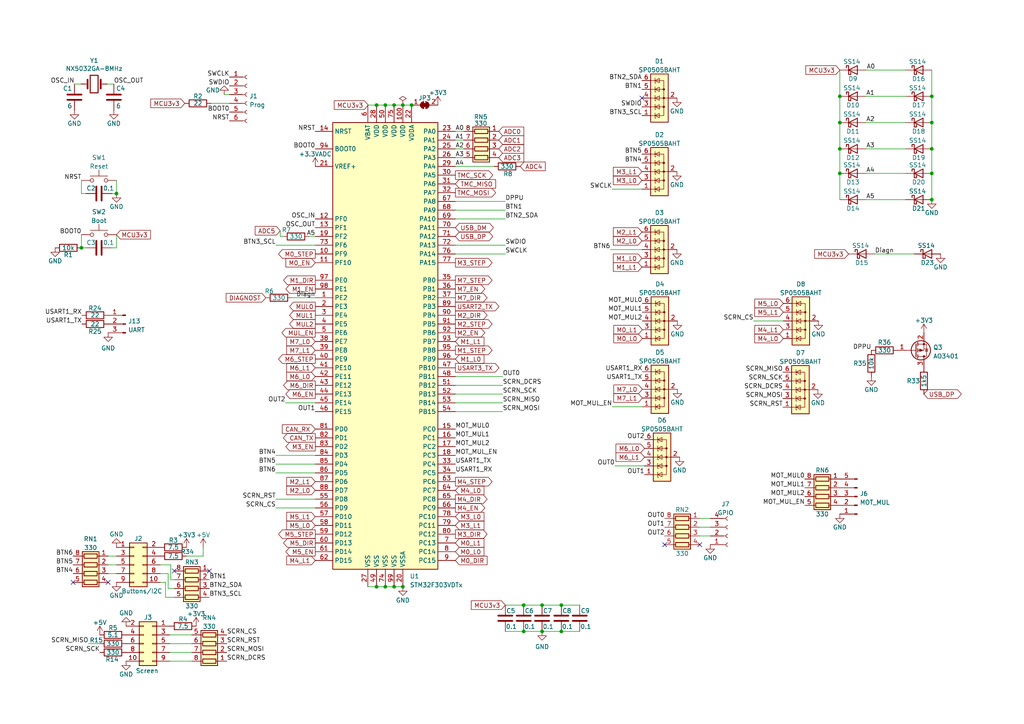
<source format=kicad_sch>
(kicad_sch (version 20211123) (generator eeschema)
  (paper "A4")
  (junction (at 151.892 175.514))
  (junction (at 23.622 71.882))
  (junction (at 243.586 27.94))
  (junction (at 270.256 43.18))
  (junction (at 157.226 183.134))
  (junction (at 109.22 170.18))
  (junction (at 116.84 170.18))
  (junction (at 111.76 30.48))
  (junction (at 119.38 30.48))
  (junction (at 157.226 175.514))
  (junction (at 243.586 43.18))
  (junction (at 243.586 35.56))
  (junction (at 109.22 30.48))
  (junction (at 270.256 35.56))
  (junction (at 114.3 30.48))
  (junction (at 162.814 175.514))
  (junction (at 111.76 170.18))
  (junction (at 114.3 170.18))
  (junction (at 33.782 56.134))
  (junction (at 270.256 57.912))
  (junction (at 270.256 50.292))
  (junction (at 151.892 183.134))
  (junction (at 270.256 27.94))
  (junction (at 162.814 183.134))
  (junction (at 243.586 50.292))
  (junction (at 116.84 30.48))
  (no_connect (at 186.182 28.448))
  (no_connect (at 60.706 165.608))
  (no_connect (at 21.209 168.91))
  (no_connect (at 31.369 168.91))
  (no_connect (at 50.546 165.608))
  (no_connect (at 192.786 157.988))
  (no_connect (at 202.946 157.988))
  (wire (pts (xy 270.256 35.56) (xy 270.256 43.18)))
  (wire (pts (xy 49.276 186.69) (xy 55.626 186.69)))
  (wire (pts (xy 251.206 20.32) (xy 262.636 20.32)))
  (wire (pts (xy 114.3 170.18) (xy 116.84 170.18)))
  (wire (pts (xy 84.709 86.36) (xy 91.44 86.36)))
  (wire (pts (xy 106.68 170.18) (xy 109.22 170.18)))
  (wire (pts (xy 32.512 71.882) (xy 33.782 71.882)))
  (wire (pts (xy 145.796 114.3) (xy 132.08 114.3)))
  (wire (pts (xy 48.768 170.688) (xy 50.546 170.688)))
  (wire (pts (xy 81.28 68.58) (xy 82.042 68.58)))
  (wire (pts (xy 251.206 50.292) (xy 262.636 50.292)))
  (wire (pts (xy 162.814 175.514) (xy 168.148 175.514)))
  (wire (pts (xy 80.01 134.62) (xy 91.44 134.62)))
  (wire (pts (xy 146.558 63.5) (xy 132.08 63.5)))
  (wire (pts (xy 157.226 183.134) (xy 162.814 183.134)))
  (wire (pts (xy 82.804 116.84) (xy 91.44 116.84)))
  (wire (pts (xy 243.586 50.292) (xy 243.586 57.912)))
  (wire (pts (xy 33.02 24.384) (xy 31.115 24.384)))
  (wire (pts (xy 134.493 45.72) (xy 132.08 45.72)))
  (wire (pts (xy 23.622 56.134) (xy 23.622 52.324)))
  (wire (pts (xy 145.796 111.76) (xy 132.08 111.76)))
  (wire (pts (xy 50.546 173.228) (xy 48.006 173.228)))
  (wire (pts (xy 116.84 30.48) (xy 119.38 30.48)))
  (wire (pts (xy 89.662 68.58) (xy 91.44 68.58)))
  (wire (pts (xy 251.206 57.912) (xy 262.636 57.912)))
  (wire (pts (xy 31.369 166.37) (xy 33.782 166.37)))
  (wire (pts (xy 151.892 175.514) (xy 157.226 175.514)))
  (wire (pts (xy 33.782 52.324) (xy 33.782 56.134)))
  (wire (pts (xy 65.024 27.432) (xy 66.548 27.432)))
  (wire (pts (xy 114.3 30.48) (xy 116.84 30.48)))
  (wire (pts (xy 80.01 71.12) (xy 91.44 71.12)))
  (wire (pts (xy 270.256 27.94) (xy 270.256 35.56)))
  (wire (pts (xy 251.206 43.18) (xy 262.636 43.18)))
  (wire (pts (xy 251.206 35.56) (xy 262.636 35.56)))
  (wire (pts (xy 251.206 27.94) (xy 262.636 27.94)))
  (wire (pts (xy 48.006 168.91) (xy 46.482 168.91)))
  (wire (pts (xy 145.796 119.38) (xy 132.08 119.38)))
  (wire (pts (xy 134.493 43.18) (xy 132.08 43.18)))
  (wire (pts (xy 80.01 144.78) (xy 91.44 144.78)))
  (wire (pts (xy 218.567 93.091) (xy 227.203 93.091)))
  (wire (pts (xy 109.22 30.48) (xy 111.76 30.48)))
  (wire (pts (xy 243.586 27.94) (xy 243.586 35.56)))
  (wire (pts (xy 23.622 68.072) (xy 23.622 71.882)))
  (wire (pts (xy 178.308 135.128) (xy 186.944 135.128)))
  (wire (pts (xy 49.276 184.15) (xy 55.626 184.15)))
  (wire (pts (xy 132.08 48.26) (xy 143.256 48.26)))
  (wire (pts (xy 31.369 163.83) (xy 33.782 163.83)))
  (wire (pts (xy 33.782 71.882) (xy 33.782 68.072)))
  (wire (pts (xy 202.946 152.908) (xy 205.994 152.908)))
  (wire (pts (xy 81.28 66.929) (xy 81.28 68.58)))
  (wire (pts (xy 31.369 161.29) (xy 33.782 161.29)))
  (wire (pts (xy 146.558 175.514) (xy 151.892 175.514)))
  (wire (pts (xy 253.746 73.66) (xy 265.176 73.66)))
  (wire (pts (xy 50.546 168.148) (xy 49.53 168.148)))
  (wire (pts (xy 21.59 24.384) (xy 23.495 24.384)))
  (wire (pts (xy 49.276 189.23) (xy 55.626 189.23)))
  (wire (pts (xy 48.768 166.37) (xy 48.768 170.688)))
  (wire (pts (xy 243.586 35.56) (xy 243.586 43.18)))
  (wire (pts (xy 151.892 183.134) (xy 157.226 183.134)))
  (wire (pts (xy 80.01 132.08) (xy 91.44 132.08)))
  (wire (pts (xy 157.226 175.514) (xy 162.814 175.514)))
  (wire (pts (xy 177.546 54.864) (xy 186.182 54.864)))
  (wire (pts (xy 202.946 150.368) (xy 205.994 150.368)))
  (wire (pts (xy 61.214 29.972) (xy 66.548 29.972)))
  (wire (pts (xy 146.558 183.134) (xy 151.892 183.134)))
  (wire (pts (xy 177.038 72.39) (xy 186.182 72.39)))
  (wire (pts (xy 58.928 161.29) (xy 58.928 158.75)))
  (wire (pts (xy 109.22 170.18) (xy 111.76 170.18)))
  (wire (pts (xy 23.622 71.882) (xy 24.892 71.882)))
  (wire (pts (xy 49.53 168.148) (xy 49.53 163.83)))
  (wire (pts (xy 132.08 73.66) (xy 146.558 73.66)))
  (wire (pts (xy 48.006 173.228) (xy 48.006 168.91)))
  (wire (pts (xy 46.482 166.37) (xy 48.768 166.37)))
  (wire (pts (xy 202.946 155.448) (xy 205.994 155.448)))
  (wire (pts (xy 134.493 40.64) (xy 132.08 40.64)))
  (wire (pts (xy 177.546 117.983) (xy 186.309 117.983)))
  (wire (pts (xy 146.558 58.42) (xy 132.08 58.42)))
  (wire (pts (xy 270.256 20.32) (xy 270.256 27.94)))
  (wire (pts (xy 134.493 38.1) (xy 132.08 38.1)))
  (wire (pts (xy 270.256 50.292) (xy 270.256 57.912)))
  (wire (pts (xy 33.782 56.134) (xy 32.512 56.134)))
  (wire (pts (xy 132.08 71.12) (xy 146.558 71.12)))
  (wire (pts (xy 54.102 161.29) (xy 58.928 161.29)))
  (wire (pts (xy 111.76 170.18) (xy 114.3 170.18)))
  (wire (pts (xy 145.796 116.84) (xy 132.08 116.84)))
  (wire (pts (xy 111.76 30.48) (xy 114.3 30.48)))
  (wire (pts (xy 49.276 191.77) (xy 55.626 191.77)))
  (wire (pts (xy 243.586 20.32) (xy 243.586 27.94)))
  (wire (pts (xy 25.654 186.69) (xy 28.956 186.69)))
  (wire (pts (xy 80.01 147.32) (xy 91.44 147.32)))
  (wire (pts (xy 80.01 137.16) (xy 91.44 137.16)))
  (wire (pts (xy 145.796 109.22) (xy 132.08 109.22)))
  (wire (pts (xy 49.53 163.83) (xy 46.482 163.83)))
  (wire (pts (xy 106.68 30.48) (xy 109.22 30.48)))
  (wire (pts (xy 162.814 183.134) (xy 168.148 183.134)))
  (wire (pts (xy 24.892 56.134) (xy 23.622 56.134)))
  (wire (pts (xy 270.256 43.18) (xy 270.256 50.292)))
  (wire (pts (xy 146.558 60.96) (xy 132.08 60.96)))
  (wire (pts (xy 243.586 43.18) (xy 243.586 50.292)))
  (label "DPPU" (at 146.558 58.42 0))
  (label "USART1_TX" (at 132.08 134.62 0))
  (label "SCRN_MOSI" (at 65.786 189.23 0))
  (label "MOT_MUL1" (at 186.309 90.551 180))
  (label "BTN3_SCL" (at 80.01 71.12 180))
  (label "USART1_RX" (at 23.749 91.44 180))
  (label "SCRN_RST" (at 227.076 118.11 180))
  (label "A5" (at 91.44 68.58 180))
  (label "BTN5" (at 21.209 163.83 180))
  (label "BTN2_SDA" (at 186.182 23.368 180))
  (label "OUT0" (at 178.308 135.128 180))
  (label "NRST" (at 91.44 38.1 180))
  (label "BTN5" (at 80.01 134.62 180))
  (label "USART1_RX" (at 186.309 107.823 180))
  (label "SCRN_SCK" (at 28.956 189.23 180))
  (label "MOT_MUL_EN" (at 233.426 146.558 180))
  (label "BTN4" (at 21.209 166.37 180))
  (label "SCRN_SCK" (at 145.796 114.3 0))
  (label "SCRN_DCRS" (at 227.076 113.03 180))
  (label "SWCLK" (at 177.546 54.864 180))
  (label "A0" (at 132.08 38.1 0))
  (label "BTN1" (at 146.558 60.96 0))
  (label "OSC_IN" (at 91.44 63.5 180))
  (label "MOT_MUL2" (at 186.309 93.091 180))
  (label "BTN1" (at 60.706 168.148 0))
  (label "BOOT0" (at 23.622 68.072 180))
  (label "BTN4" (at 80.01 132.08 180))
  (label "A4" (at 251.206 50.292 0))
  (label "SWCLK" (at 66.548 22.352 180))
  (label "BTN1" (at 186.182 25.908 180))
  (label "SCRN_MISO" (at 227.076 107.95 180))
  (label "A1" (at 251.206 27.94 0))
  (label "MOT_MUL1" (at 132.08 127 0))
  (label "SCRN_DCRS" (at 65.786 191.77 0))
  (label "SWCLK" (at 146.558 73.66 0))
  (label "OUT1" (at 186.944 137.668 180))
  (label "MOT_MUL0" (at 186.309 88.011 180))
  (label "SCRN_RST" (at 65.786 186.69 0))
  (label "NRST" (at 66.548 35.052 180))
  (label "Diagn" (at 91.44 86.36 180))
  (label "BTN3_SCL" (at 186.182 33.528 180))
  (label "BTN5" (at 186.182 44.704 180))
  (label "Diagn" (at 253.746 73.66 0))
  (label "MOT_MUL2" (at 233.426 144.018 180))
  (label "SCRN_MOSI" (at 227.076 115.57 180))
  (label "BTN2_SDA" (at 60.706 170.688 0))
  (label "OUT0" (at 145.796 109.22 0))
  (label "OSC_IN" (at 21.59 24.384 180))
  (label "SCRN_CS" (at 80.01 147.32 180))
  (label "SCRN_CS" (at 65.786 184.15 0))
  (label "SCRN_MISO" (at 145.796 116.84 0))
  (label "A0" (at 251.333 20.32 0))
  (label "OSC_OUT" (at 91.44 66.04 180))
  (label "MOT_MUL_EN" (at 132.08 132.08 0))
  (label "OUT2" (at 82.804 116.84 180))
  (label "A3" (at 132.08 45.72 0))
  (label "SCRN_MISO" (at 25.654 186.69 180))
  (label "BTN3_SCL" (at 60.706 173.228 0))
  (label "USART1_TX" (at 23.749 93.98 180))
  (label "A1" (at 132.08 40.64 0))
  (label "SCRN_MOSI" (at 145.796 119.38 0))
  (label "OUT2" (at 192.786 155.448 180))
  (label "SWDIO" (at 146.558 71.12 0))
  (label "USART1_RX" (at 132.08 137.16 0))
  (label "SWDIO" (at 186.182 30.988 180))
  (label "MOT_MUL1" (at 233.426 141.478 180))
  (label "SCRN_SCK" (at 227.076 110.49 180))
  (label "MOT_MUL_EN" (at 177.546 117.983 180))
  (label "BOOT0" (at 91.44 43.18 180))
  (label "BOOT0" (at 66.548 32.512 180))
  (label "OUT1" (at 91.44 119.38 180))
  (label "BTN2_SDA" (at 146.558 63.5 0))
  (label "OUT2" (at 186.944 127.508 180))
  (label "SCRN_CS" (at 218.567 93.091 180))
  (label "BTN6" (at 21.209 161.29 180))
  (label "SCRN_DCRS" (at 145.796 111.76 0))
  (label "SWDIO" (at 66.548 24.892 180))
  (label "DPPU" (at 252.73 101.6 180))
  (label "OUT1" (at 192.786 152.908 180))
  (label "OSC_OUT" (at 33.02 24.384 0))
  (label "A5" (at 251.206 57.912 0))
  (label "OUT0" (at 192.786 150.368 180))
  (label "USART1_TX" (at 186.309 110.363 180))
  (label "SCRN_RST" (at 80.01 144.78 180))
  (label "BTN6" (at 177.038 72.39 180))
  (label "BTN6" (at 80.01 137.16 180))
  (label "MOT_MUL0" (at 132.08 124.46 0))
  (label "MOT_MUL0" (at 233.426 138.938 180))
  (label "MOT_MUL2" (at 132.08 129.54 0))
  (label "BTN4" (at 186.182 47.244 180))
  (label "A4" (at 132.08 48.26 0))
  (label "A2" (at 132.08 43.18 0))
  (label "A2" (at 251.206 35.56 0))
  (label "NRST" (at 23.622 52.324 180))
  (label "A3" (at 251.206 43.18 0))
  (global_label "M0_L0" (shape input) (at 186.309 98.171 180) (property "Intersheet References" "${INTERSHEET_REFS}" (effects hide)))
  (global_label "M4_L0" (shape input) (at 132.08 142.24 0) (property "Intersheet References" "${INTERSHEET_REFS}" (effects hide)))
  (global_label "M1_DIR" (shape output) (at 91.44 81.28 180) (property "Intersheet References" "${INTERSHEET_REFS}" (effects hide)))
  (global_label "M5_L0" (shape input) (at 91.44 152.4 180) (property "Intersheet References" "${INTERSHEET_REFS}" (effects hide)))
  (global_label "M5_L1" (shape input) (at 227.203 90.551 180) (property "Intersheet References" "${INTERSHEET_REFS}" (effects hide)))
  (global_label "MUL1" (shape output) (at 91.44 91.44 180) (property "Intersheet References" "${INTERSHEET_REFS}" (effects hide)))
  (global_label "M2_L0" (shape input) (at 91.44 142.24 180) (property "Intersheet References" "${INTERSHEET_REFS}" (effects hide)))
  (global_label "M7_EN" (shape output) (at 132.08 83.82 0) (property "Intersheet References" "${INTERSHEET_REFS}" (effects hide)))
  (global_label "M5_EN" (shape output) (at 91.44 160.02 180) (property "Intersheet References" "${INTERSHEET_REFS}" (effects hide)))
  (global_label "MCU3v3" (shape input) (at 106.807 30.48 180) (property "Intersheet References" "${INTERSHEET_REFS}" (effects hide)))
  (global_label "DIAGNOST" (shape input) (at 77.089 86.36 180) (property "Intersheet References" "${INTERSHEET_REFS}" (effects hide)))
  (global_label "M1_L1" (shape input) (at 186.182 77.47 180) (property "Intersheet References" "${INTERSHEET_REFS}" (effects hide)))
  (global_label "TMC_MISO" (shape input) (at 132.08 53.34 0) (property "Intersheet References" "${INTERSHEET_REFS}" (effects hide)))
  (global_label "CAN_RX" (shape input) (at 91.44 124.46 180) (property "Intersheet References" "${INTERSHEET_REFS}" (effects hide)))
  (global_label "MCU3v3" (shape input) (at 246.126 73.66 180) (property "Intersheet References" "${INTERSHEET_REFS}" (effects hide)))
  (global_label "M6_L0" (shape input) (at 186.944 130.048 180) (property "Intersheet References" "${INTERSHEET_REFS}" (effects hide)))
  (global_label "M3_L0" (shape input) (at 186.182 52.324 180) (property "Intersheet References" "${INTERSHEET_REFS}" (effects hide)))
  (global_label "M0_EN" (shape input) (at 91.44 76.2 180) (property "Intersheet References" "${INTERSHEET_REFS}" (effects hide)))
  (global_label "M6_L1" (shape input) (at 91.44 106.68 180) (property "Intersheet References" "${INTERSHEET_REFS}" (effects hide)))
  (global_label "MCU3v3" (shape input) (at 146.558 175.514 180) (property "Intersheet References" "${INTERSHEET_REFS}" (effects hide)))
  (global_label "M5_DIR" (shape output) (at 91.44 157.48 180) (property "Intersheet References" "${INTERSHEET_REFS}" (effects hide)))
  (global_label "M3_EN" (shape output) (at 91.44 129.54 180) (property "Intersheet References" "${INTERSHEET_REFS}" (effects hide)))
  (global_label "M7_L1" (shape input) (at 91.44 101.6 180) (property "Intersheet References" "${INTERSHEET_REFS}" (effects hide)))
  (global_label "M0_STEP" (shape output) (at 91.44 73.66 180) (property "Intersheet References" "${INTERSHEET_REFS}" (effects hide)))
  (global_label "ADC4" (shape input) (at 150.876 48.26 0) (property "Intersheet References" "${INTERSHEET_REFS}" (effects hide)))
  (global_label "USB_DP" (shape bidirectional) (at 267.97 114.3 0) (property "Intersheet References" "${INTERSHEET_REFS}" (effects hide)))
  (global_label "M7_L0" (shape input) (at 186.309 112.903 180) (property "Intersheet References" "${INTERSHEET_REFS}" (effects hide)))
  (global_label "M2_L0" (shape input) (at 186.182 69.85 180) (property "Intersheet References" "${INTERSHEET_REFS}" (effects hide)))
  (global_label "M1_L1" (shape input) (at 132.08 99.06 0) (property "Intersheet References" "${INTERSHEET_REFS}" (effects hide)))
  (global_label "ADC2" (shape input) (at 144.653 43.18 0) (property "Intersheet References" "${INTERSHEET_REFS}" (effects hide)))
  (global_label "M7_STEP" (shape output) (at 132.08 81.28 0) (property "Intersheet References" "${INTERSHEET_REFS}" (effects hide)))
  (global_label "M6_L1" (shape input) (at 186.944 132.588 180) (property "Intersheet References" "${INTERSHEET_REFS}" (effects hide)))
  (global_label "MUL0" (shape output) (at 91.44 88.9 180) (property "Intersheet References" "${INTERSHEET_REFS}" (effects hide)))
  (global_label "M2_L1" (shape input) (at 186.182 67.31 180) (property "Intersheet References" "${INTERSHEET_REFS}" (effects hide)))
  (global_label "M0_DIR" (shape input) (at 132.08 162.56 0) (property "Intersheet References" "${INTERSHEET_REFS}" (effects hide)))
  (global_label "M1_EN" (shape output) (at 91.44 83.82 180) (property "Intersheet References" "${INTERSHEET_REFS}" (effects hide)))
  (global_label "M2_L1" (shape input) (at 91.44 139.7 180) (property "Intersheet References" "${INTERSHEET_REFS}" (effects hide)))
  (global_label "M2_EN" (shape output) (at 132.08 96.52 0) (property "Intersheet References" "${INTERSHEET_REFS}" (effects hide)))
  (global_label "M2_DIR" (shape output) (at 132.08 91.44 0) (property "Intersheet References" "${INTERSHEET_REFS}" (effects hide)))
  (global_label "MCU3v3" (shape input) (at 53.594 29.972 180) (property "Intersheet References" "${INTERSHEET_REFS}" (effects hide)))
  (global_label "M3_L1" (shape input) (at 132.08 152.4 0) (property "Intersheet References" "${INTERSHEET_REFS}" (effects hide)))
  (global_label "M4_L0" (shape input) (at 227.203 98.171 180) (property "Intersheet References" "${INTERSHEET_REFS}" (effects hide)))
  (global_label "M0_L1" (shape input) (at 132.08 157.48 0) (property "Intersheet References" "${INTERSHEET_REFS}" (effects hide)))
  (global_label "MCU3v3" (shape input) (at 33.782 68.072 0) (property "Intersheet References" "${INTERSHEET_REFS}" (effects hide)))
  (global_label "M6_DIR" (shape output) (at 91.44 111.76 180) (property "Intersheet References" "${INTERSHEET_REFS}" (effects hide)))
  (global_label "MUL_EN" (shape output) (at 91.44 96.52 180) (property "Intersheet References" "${INTERSHEET_REFS}" (effects hide)))
  (global_label "USB_DM" (shape bidirectional) (at 132.08 66.04 0) (property "Intersheet References" "${INTERSHEET_REFS}" (effects hide)))
  (global_label "M3_L0" (shape input) (at 132.08 149.86 0) (property "Intersheet References" "${INTERSHEET_REFS}" (effects hide)))
  (global_label "M4_STEP" (shape output) (at 132.08 139.7 0) (property "Intersheet References" "${INTERSHEET_REFS}" (effects hide)))
  (global_label "USART3_TX" (shape output) (at 132.08 106.68 0) (property "Intersheet References" "${INTERSHEET_REFS}" (effects hide)))
  (global_label "M4_L1" (shape input) (at 227.203 95.631 180) (property "Intersheet References" "${INTERSHEET_REFS}" (effects hide)))
  (global_label "TMC_SCK" (shape output) (at 132.08 50.8 0) (property "Intersheet References" "${INTERSHEET_REFS}" (effects hide)))
  (global_label "ADC0" (shape input) (at 144.653 38.1 0) (property "Intersheet References" "${INTERSHEET_REFS}" (effects hide)))
  (global_label "M0_L1" (shape input) (at 186.309 95.631 180) (property "Intersheet References" "${INTERSHEET_REFS}" (effects hide)))
  (global_label "M5_STEP" (shape output) (at 91.44 154.94 180) (property "Intersheet References" "${INTERSHEET_REFS}" (effects hide)))
  (global_label "MCU3v3" (shape input) (at 243.586 20.32 180) (property "Intersheet References" "${INTERSHEET_REFS}" (effects hide)))
  (global_label "M4_L1" (shape input) (at 91.44 162.56 180) (property "Intersheet References" "${INTERSHEET_REFS}" (effects hide)))
  (global_label "ADC1" (shape input) (at 144.653 40.64 0) (property "Intersheet References" "${INTERSHEET_REFS}" (effects hide)))
  (global_label "M4_DIR" (shape output) (at 132.08 144.78 0) (property "Intersheet References" "${INTERSHEET_REFS}" (effects hide)))
  (global_label "M5_L1" (shape input) (at 91.44 149.86 180) (property "Intersheet References" "${INTERSHEET_REFS}" (effects hide)))
  (global_label "CAN_TX" (shape output) (at 91.44 127 180) (property "Intersheet References" "${INTERSHEET_REFS}" (effects hide)))
  (global_label "TMC_MOSI" (shape output) (at 132.08 55.88 0) (property "Intersheet References" "${INTERSHEET_REFS}" (effects hide)))
  (global_label "M2_STEP" (shape output) (at 132.08 93.98 0) (property "Intersheet References" "${INTERSHEET_REFS}" (effects hide)))
  (global_label "M7_DIR" (shape output) (at 132.08 86.36 0) (property "Intersheet References" "${INTERSHEET_REFS}" (effects hide)))
  (global_label "MUL2" (shape output) (at 91.44 93.98 180) (property "Intersheet References" "${INTERSHEET_REFS}" (effects hide)))
  (global_label "M5_L0" (shape input) (at 227.203 88.011 180) (property "Intersheet References" "${INTERSHEET_REFS}" (effects hide)))
  (global_label "M1_STEP" (shape output) (at 132.08 101.6 0) (property "Intersheet References" "${INTERSHEET_REFS}" (effects hide)))
  (global_label "M0_L0" (shape input) (at 132.08 160.02 0) (property "Intersheet References" "${INTERSHEET_REFS}" (effects hide)))
  (global_label "M7_L0" (shape input) (at 91.44 99.06 180) (property "Intersheet References" "${INTERSHEET_REFS}" (effects hide)))
  (global_label "M6_STEP" (shape output) (at 91.44 104.14 180) (property "Intersheet References" "${INTERSHEET_REFS}" (effects hide)))
  (global_label "USB_DP" (shape bidirectional) (at 132.08 68.58 0) (property "Intersheet References" "${INTERSHEET_REFS}" (effects hide)))
  (global_label "M4_EN" (shape output) (at 132.08 147.32 0) (property "Intersheet References" "${INTERSHEET_REFS}" (effects hide)))
  (global_label "M7_L1" (shape input) (at 186.309 115.443 180) (property "Intersheet References" "${INTERSHEET_REFS}" (effects hide)))
  (global_label "M3_L1" (shape input) (at 186.182 49.784 180) (property "Intersheet References" "${INTERSHEET_REFS}" (effects hide)))
  (global_label "M3_STEP" (shape output) (at 132.08 76.2 0) (property "Intersheet References" "${INTERSHEET_REFS}" (effects hide)))
  (global_label "ADC5" (shape input) (at 81.28 66.929 180) (property "Intersheet References" "${INTERSHEET_REFS}" (effects hide)))
  (global_label "M1_L0" (shape input) (at 186.182 74.93 180) (property "Intersheet References" "${INTERSHEET_REFS}" (effects hide)))
  (global_label "ADC3" (shape input) (at 144.653 45.72 0) (property "Intersheet References" "${INTERSHEET_REFS}" (effects hide)))
  (global_label "M6_EN" (shape output) (at 91.44 114.3 180) (property "Intersheet References" "${INTERSHEET_REFS}" (effects hide)))
  (global_label "USART2_TX" (shape output) (at 132.08 88.9 0) (property "Intersheet References" "${INTERSHEET_REFS}" (effects hide)))
  (global_label "M1_L0" (shape input) (at 132.08 104.14 0) (property "Intersheet References" "${INTERSHEET_REFS}" (effects hide)))
  (global_label "M6_L0" (shape input) (at 91.44 109.22 180) (property "Intersheet References" "${INTERSHEET_REFS}" (effects hide)))
  (global_label "M3_DIR" (shape output) (at 132.08 154.94 0) (property "Intersheet References" "${INTERSHEET_REFS}" (effects hide)))
  (symbol (lib_id "Device:C") (at 157.226 179.324 0) (unit 1)
    (property "Reference" "C7" (at 157.48 177.165 0) (effects (justify left)))
    (property "Value" "0.1" (at 157.353 181.737 0) (effects (justify left)))
    (property "Footprint" "Capacitor_SMD:C_0603_1608Metric_Pad1.08x0.95mm_HandSolder" (effects hide))
  )
  (symbol (lib_id "stm32-rescue:GND") (at 36.576 181.61 180) (unit 1)
    (property "Reference" "#PWR0111" (effects hide))
    (property "Value" "GND" (at 36.576 177.8 0))
  )
  (symbol (lib_id "Device:R") (at 32.766 189.23 90) (unit 1)
    (property "Reference" "R14" (at 32.512 191.262 90))
    (property "Value" "330" (at 32.766 189.23 90))
    (property "Footprint" "Resistor_SMD:R_0603_1608Metric_Pad0.98x0.95mm_HandSolder" (effects hide))
  )
  (symbol (lib_id "Connector:Conn_01x06_Female") (at 71.628 27.432 0) (unit 1)
    (property "Reference" "J1" (at 72.3392 27.8673 0) (effects (justify left)))
    (property "Value" "Prog" (at 72.3392 30.4042 0) (effects (justify left)))
    (property "Footprint" "Connector_PinSocket_1.27mm:PinSocket_1x06_P1.27mm_Vertical" (effects hide))
  )
  (symbol (lib_id "Device:R") (at 57.404 29.972 90) (unit 1)
    (property "Reference" "R2" (at 57.404 27.94 90))
    (property "Value" "22" (at 57.404 29.972 90))
    (property "Footprint" "Resistor_SMD:R_0603_1608Metric_Pad0.98x0.95mm_HandSolder" (effects hide))
  )
  (symbol (lib_id "power:+3V3") (at 267.97 96.52 0) (unit 1)
    (property "Reference" "#PWR062" (effects hide))
    (property "Value" "+3V3" (at 267.97 92.9442 0))
  )
  (symbol (lib_id "Device:R_Pack04") (at 238.506 144.018 90) (mirror x) (unit 1)
    (property "Reference" "RN6" (at 238.506 136.398 90))
    (property "Value" "330" (at 238.506 149.098 90))
    (property "Footprint" "Resistor_SMD:R_Array_Convex_4x0603" (effects hide))
  )
  (symbol (lib_id "power:GND") (at 116.84 170.18 0) (unit 1)
    (property "Reference" "#PWR07" (effects hide))
    (property "Value" "GND" (at 116.84 174.117 0))
  )
  (symbol (lib_id "power:+5V") (at 28.956 184.15 0) (unit 1)
    (property "Reference" "#PWR0116" (effects hide))
    (property "Value" "+5V" (at 28.956 180.5742 0))
  )
  (symbol (lib_id "Device:D_Schottky") (at 266.446 35.56 0) (unit 1)
    (property "Reference" "D18" (at 266.446 38.1 0))
    (property "Value" "SS14" (at 266.1285 33.1271 0))
    (property "Footprint" "Diode_SMD:D_SOD-323_HandSoldering" (effects hide))
  )
  (symbol (lib_id "power:+3V3") (at 127 30.48 0) (unit 1)
    (property "Reference" "#PWR08" (effects hide))
    (property "Value" "+3V3" (at 127 26.9042 0))
  )
  (symbol (lib_id "MCU_ST_STM32F3:STM32F303VDTx") (at 111.76 99.06 0) (unit 1)
    (property "Reference" "U1" (at 118.8594 167.1304 0) (effects (justify left)))
    (property "Value" "STM32F303VDTx" (at 118.8594 169.6673 0) (effects (justify left)))
    (property "Footprint" "Package_QFP:LQFP-100_14x14mm_P0.5mm" (effects hide))
    (property "Datasheet" "http://www.st.com/st-web-ui/static/active/en/resource/technical/document/datasheet/DM00118585.pdf" (effects hide))
  )
  (symbol (lib_id "Connector:Conn_01x04_Female") (at 211.074 155.448 0) (mirror x) (unit 1)
    (property "Reference" "J7" (at 210.439 146.211 0))
    (property "Value" "GPIO" (at 210.439 148.7479 0))
    (property "Footprint" "Connector_JST:JST_PH_B4B-PH-K_1x04_P2.00mm_Vertical" (effects hide))
  )
  (symbol (lib_id "Device:D_Schottky") (at 247.396 43.18 0) (unit 1)
    (property "Reference" "D12" (at 247.396 45.72 0))
    (property "Value" "SS14" (at 247.0785 40.7471 0))
    (property "Footprint" "Diode_SMD:D_SOD-323_HandSoldering" (effects hide))
  )
  (symbol (lib_id "Device:C") (at 162.814 179.324 0) (unit 1)
    (property "Reference" "C8" (at 163.068 177.165 0) (effects (justify left)))
    (property "Value" "0.1" (at 162.941 181.737 0) (effects (justify left)))
    (property "Footprint" "Capacitor_SMD:C_0603_1608Metric_Pad1.08x0.95mm_HandSolder" (effects hide))
  )
  (symbol (lib_id "Device:R") (at 53.086 181.61 90) (unit 1)
    (property "Reference" "R4" (at 53.086 179.578 90))
    (property "Value" "7.5" (at 53.086 181.61 90))
    (property "Footprint" "Resistor_SMD:R_0603_1608Metric_Pad0.98x0.95mm_HandSolder" (effects hide))
  )
  (symbol (lib_id "Switch:SW_Push") (at 28.702 52.324 0) (unit 1)
    (property "Reference" "SW1" (at 28.702 45.7032 0))
    (property "Value" "Reset" (at 28.702 48.2401 0))
    (property "Footprint" "Button_Switch_SMD:SW_SPST_FSMSM" (effects hide))
  )
  (symbol (lib_id "stm32-rescue:GND") (at 197.104 132.588 0) (unit 1)
    (property "Reference" "#PWR0110" (effects hide))
    (property "Value" "GND" (at 197.104 136.398 0))
  )
  (symbol (lib_id "Device:D_Schottky") (at 249.936 73.66 0) (unit 1)
    (property "Reference" "D15" (at 249.936 76.2 0))
    (property "Value" "SS14" (at 249.6185 71.2271 0))
    (property "Footprint" "Diode_SMD:D_SOD-323_HandSoldering" (effects hide))
  )
  (symbol (lib_id "stm32-rescue:GND") (at 237.236 113.03 0) (unit 1)
    (property "Reference" "#PWR0106" (effects hide))
    (property "Value" "GND" (at 237.236 116.84 0))
  )
  (symbol (lib_id "Device:R_Pack04") (at 139.573 43.18 90) (mirror x) (unit 1)
    (property "Reference" "RN5" (at 139.446 33.909 90))
    (property "Value" "330" (at 139.446 35.814 90))
    (property "Footprint" "Resistor_SMD:R_Array_Convex_4x0603" (effects hide))
  )
  (symbol (lib_id "Connector_Generic:Conn_02x05_Odd_Even") (at 44.196 186.69 0) (mirror y) (unit 1)
    (property "Reference" "J3" (at 42.926 179.07 0))
    (property "Value" "Screen" (at 42.672 194.564 0))
    (property "Footprint" "Connector_IDC:IDC-Header_2x05_P2.54mm_Vertical" (effects hide))
  )
  (symbol (lib_id "stm32-rescue:GND") (at 252.73 109.22 0) (unit 1)
    (property "Reference" "#PWR064" (effects hide))
    (property "Value" "GND" (at 252.73 113.03 0))
  )
  (symbol (lib_id "stm32-rescue:GND") (at 205.994 157.988 0) (unit 1)
    (property "Reference" "#PWR015" (effects hide))
    (property "Value" "GND" (at 205.994 161.798 0))
  )
  (symbol (lib_id "power:GND") (at 65.024 27.432 180) (unit 1)
    (property "Reference" "#PWR012" (effects hide))
    (property "Value" "GND" (at 59.69 26.162 0) (effects (justify right)))
  )
  (symbol (lib_id "Device:R") (at 50.292 158.75 90) (unit 1)
    (property "Reference" "R3" (at 50.292 156.718 90))
    (property "Value" "7.5" (at 50.292 158.75 90))
    (property "Footprint" "Resistor_SMD:R_0603_1608Metric_Pad0.98x0.95mm_HandSolder" (effects hide))
  )
  (symbol (lib_id "Device:R_Pack04") (at 197.866 155.448 90) (mirror x) (unit 1)
    (property "Reference" "RN2" (at 197.866 147.828 90))
    (property "Value" "330" (at 197.866 160.528 90))
    (property "Footprint" "Resistor_SMD:R_Array_Convex_4x0603" (effects hide))
  )
  (symbol (lib_id "power:GND") (at 31.369 96.52 0) (unit 1)
    (property "Reference" "#PWR042" (effects hide))
    (property "Value" "GND" (at 31.369 100.9634 0))
  )
  (symbol (lib_id "stm32-rescue:GND") (at 33.782 158.75 180) (unit 1)
    (property "Reference" "#PWR0112" (effects hide))
    (property "Value" "GND" (at 33.782 154.94 0))
  )
  (symbol (lib_id "Power_Protection:SP0505BAHT") (at 232.283 93.091 90) (unit 1)
    (property "Reference" "D8" (at 232.283 82.4062 90))
    (property "Value" "SP0505BAHT" (at 232.283 84.9431 90))
    (property "Footprint" "Package_TO_SOT_SMD:SOT-23-6" (effects hide))
    (property "Datasheet" "http://www.littelfuse.com/~/media/files/littelfuse/technical%20resources/documents/data%20sheets/sp05xxba.pdf" (effects hide))
  )
  (symbol (lib_id "Device:Q_PMOS_GSD") (at 265.43 101.6 0) (mirror x) (unit 1)
    (property "Reference" "Q3" (at 270.637 100.7653 0) (effects (justify left)))
    (property "Value" "AO3401" (at 270.637 103.3022 0) (effects (justify left)))
    (property "Footprint" "Package_TO_SOT_SMD:SOT-23_Handsoldering" (effects hide))
  )
  (symbol (lib_id "Device:R_Pack04") (at 55.626 170.688 90) (mirror x) (unit 1)
    (property "Reference" "RN3" (at 55.626 163.068 90))
    (property "Value" "330" (at 55.626 175.768 90))
    (property "Footprint" "Resistor_SMD:R_Array_Convex_4x0603" (effects hide))
  )
  (symbol (lib_id "Device:C") (at 28.702 71.882 90) (unit 1)
    (property "Reference" "C3" (at 26.416 70.358 90))
    (property "Value" "0.1" (at 31.496 70.358 90))
    (property "Footprint" "Capacitor_SMD:C_0603_1608Metric_Pad1.08x0.95mm_HandSolder" (effects hide))
  )
  (symbol (lib_id "Device:C") (at 168.148 179.324 0) (unit 1)
    (property "Reference" "C9" (at 168.402 177.165 0) (effects (justify left)))
    (property "Value" "0.1" (at 168.275 181.737 0) (effects (justify left)))
    (property "Footprint" "Capacitor_SMD:C_0603_1608Metric_Pad1.08x0.95mm_HandSolder" (effects hide))
  )
  (symbol (lib_id "power:GND") (at 157.226 183.134 0) (unit 1)
    (property "Reference" "#PWR011" (effects hide))
    (property "Value" "GND" (at 157.226 187.5774 0))
  )
  (symbol (lib_id "Device:C") (at 28.702 56.134 90) (unit 1)
    (property "Reference" "C2" (at 26.416 54.61 90))
    (property "Value" "0.1" (at 31.496 54.61 90))
    (property "Footprint" "Capacitor_SMD:C_0603_1608Metric_Pad1.08x0.95mm_HandSolder" (effects hide))
  )
  (symbol (lib_id "Device:D_Schottky") (at 266.446 57.912 0) (unit 1)
    (property "Reference" "D21" (at 266.446 60.452 0))
    (property "Value" "SS14" (at 266.1285 55.4791 0))
    (property "Footprint" "Diode_SMD:D_SOD-323_HandSoldering" (effects hide))
  )
  (symbol (lib_id "stm32-rescue:R") (at 267.97 110.49 0) (mirror y) (unit 1)
    (property "Reference" "R33" (at 264.922 110.49 0))
    (property "Value" "1k5" (at 267.97 110.49 90))
    (property "Footprint" "Resistor_SMD:R_0603_1608Metric_Pad0.98x0.95mm_HandSolder" (effects hide))
  )
  (symbol (lib_id "Power_Protection:SP0505BAHT") (at 191.389 112.903 90) (unit 1)
    (property "Reference" "D5" (at 191.389 102.2182 90))
    (property "Value" "SP0505BAHT" (at 191.389 104.7551 90))
    (property "Footprint" "Package_TO_SOT_SMD:SOT-23-6" (effects hide))
    (property "Datasheet" "http://www.littelfuse.com/~/media/files/littelfuse/technical%20resources/documents/data%20sheets/sp05xxba.pdf" (effects hide))
  )
  (symbol (lib_id "Device:D_Schottky") (at 247.396 35.56 0) (unit 1)
    (property "Reference" "D11" (at 247.396 38.1 0))
    (property "Value" "SS14" (at 247.0785 33.1271 0))
    (property "Footprint" "Diode_SMD:D_SOD-323_HandSoldering" (effects hide))
  )
  (symbol (lib_id "stm32-rescue:GND") (at 196.469 112.903 0) (unit 1)
    (property "Reference" "#PWR0109" (effects hide))
    (property "Value" "GND" (at 196.469 116.713 0))
  )
  (symbol (lib_id "stm32-rescue:GND") (at 237.363 93.091 0) (unit 1)
    (property "Reference" "#PWR0105" (effects hide))
    (property "Value" "GND" (at 237.363 96.901 0))
  )
  (symbol (lib_id "stm32-rescue:GND") (at 33.782 56.134 0) (unit 1)
    (property "Reference" "#PWR03" (effects hide))
    (property "Value" "GND" (at 33.782 59.944 0))
  )
  (symbol (lib_id "Device:D_Schottky") (at 266.446 20.32 0) (unit 1)
    (property "Reference" "D16" (at 266.446 22.86 0))
    (property "Value" "SS14" (at 266.1285 17.8871 0))
    (property "Footprint" "Diode_SMD:D_SOD-323_HandSoldering" (effects hide))
  )
  (symbol (lib_id "Switch:SW_Push") (at 28.702 68.072 0) (unit 1)
    (property "Reference" "SW2" (at 28.702 61.4512 0))
    (property "Value" "Boot" (at 28.702 63.9881 0))
    (property "Footprint" "Button_Switch_SMD:SW_SPST_FSMSM" (effects hide))
  )
  (symbol (lib_id "stm32-rescue:GND") (at 16.002 71.882 0) (unit 1)
    (property "Reference" "#PWR01" (effects hide))
    (property "Value" "GND" (at 16.002 75.692 0))
  )
  (symbol (lib_id "power:+5V") (at 58.928 158.75 0) (unit 1)
    (property "Reference" "#PWR063" (effects hide))
    (property "Value" "+5V" (at 58.928 155.1742 0))
  )
  (symbol (lib_id "Power_Protection:SP0505BAHT") (at 232.156 113.03 90) (unit 1)
    (property "Reference" "D7" (at 232.156 102.3452 90))
    (property "Value" "SP0505BAHT" (at 232.156 104.8821 90))
    (property "Footprint" "Package_TO_SOT_SMD:SOT-23-6" (effects hide))
    (property "Datasheet" "http://www.littelfuse.com/~/media/files/littelfuse/technical%20resources/documents/data%20sheets/sp05xxba.pdf" (effects hide))
  )
  (symbol (lib_id "Power_Protection:SP0505BAHT") (at 191.262 49.784 90) (unit 1)
    (property "Reference" "D2" (at 191.262 39.0992 90))
    (property "Value" "SP0505BAHT" (at 191.262 41.6361 90))
    (property "Footprint" "Package_TO_SOT_SMD:SOT-23-6" (effects hide))
    (property "Datasheet" "http://www.littelfuse.com/~/media/files/littelfuse/technical%20resources/documents/data%20sheets/sp05xxba.pdf" (effects hide))
  )
  (symbol (lib_id "Connector:Conn_01x03_Male") (at 36.449 93.98 0) (mirror y) (unit 1)
    (property "Reference" "J13" (at 37.1602 93.1453 0) (effects (justify right)))
    (property "Value" "UART" (at 37.1602 95.6822 0) (effects (justify right)))
    (property "Footprint" "Connector_JST:JST_PH_B3B-PH-K_1x03_P2.00mm_Vertical" (effects hide))
  )
  (symbol (lib_id "Device:D_Schottky") (at 266.446 27.94 0) (unit 1)
    (property "Reference" "D17" (at 266.446 30.48 0))
    (property "Value" "SS14" (at 266.1285 25.5071 0))
    (property "Footprint" "Diode_SMD:D_SOD-323_HandSoldering" (effects hide))
  )
  (symbol (lib_id "Power_Protection:SP0505BAHT") (at 191.262 28.448 90) (unit 1)
    (property "Reference" "D1" (at 191.262 17.7632 90))
    (property "Value" "SP0505BAHT" (at 191.262 20.3001 90))
    (property "Footprint" "Package_TO_SOT_SMD:SOT-23-6" (effects hide))
    (property "Datasheet" "http://www.littelfuse.com/~/media/files/littelfuse/technical%20resources/documents/data%20sheets/sp05xxba.pdf" (effects hide))
  )
  (symbol (lib_id "stm32-rescue:GND") (at 21.59 32.004 0) (unit 1)
    (property "Reference" "#PWR02" (effects hide))
    (property "Value" "GND" (at 21.59 35.814 0))
  )
  (symbol (lib_id "Power_Protection:SP0505BAHT") (at 191.389 93.091 90) (unit 1)
    (property "Reference" "D4" (at 191.389 82.4062 90))
    (property "Value" "SP0505BAHT" (at 191.389 84.9431 90))
    (property "Footprint" "Package_TO_SOT_SMD:SOT-23-6" (effects hide))
    (property "Datasheet" "http://www.littelfuse.com/~/media/files/littelfuse/technical%20resources/documents/data%20sheets/sp05xxba.pdf" (effects hide))
  )
  (symbol (lib_id "stm32-rescue:R") (at 252.73 105.41 0) (mirror y) (unit 1)
    (property "Reference" "R35" (at 249.428 105.41 0))
    (property "Value" "10k" (at 252.73 105.41 90))
    (property "Footprint" "Resistor_SMD:R_0603_1608Metric_Pad0.98x0.95mm_HandSolder" (effects hide))
  )
  (symbol (lib_id "Device:R") (at 32.766 184.15 90) (unit 1)
    (property "Reference" "R5" (at 32.766 182.118 90))
    (property "Value" "5.1" (at 32.766 184.15 90))
    (property "Footprint" "Resistor_SMD:R_0603_1608Metric_Pad0.98x0.95mm_HandSolder" (effects hide))
  )
  (symbol (lib_id "Device:R") (at 147.066 48.26 90) (unit 1)
    (property "Reference" "R8" (at 147.32 50.419 90))
    (property "Value" "330" (at 147.066 48.26 90))
    (property "Footprint" "Resistor_SMD:R_0603_1608Metric_Pad0.98x0.95mm_HandSolder" (effects hide))
  )
  (symbol (lib_id "stm32-rescue:R") (at 256.54 101.6 90) (mirror x) (unit 1)
    (property "Reference" "R36" (at 256.54 99.314 90))
    (property "Value" "330" (at 256.54 101.6 90))
    (property "Footprint" "Resistor_SMD:R_0603_1608Metric_Pad0.98x0.95mm_HandSolder" (effects hide))
  )
  (symbol (lib_id "Connector_Generic:Conn_02x05_Odd_Even") (at 38.862 163.83 0) (unit 1)
    (property "Reference" "J2" (at 40.132 156.21 0))
    (property "Value" "Buttons/I2C" (at 41.148 171.45 0))
    (property "Footprint" "Connector_IDC:IDC-Header_2x05_P2.54mm_Vertical" (effects hide))
  )
  (symbol (lib_id "stm32-rescue:GND") (at 36.576 191.77 0) (unit 1)
    (property "Reference" "#PWR0115" (effects hide))
    (property "Value" "GND" (at 36.576 195.58 0))
  )
  (symbol (lib_id "Device:C") (at 151.892 179.324 0) (unit 1)
    (property "Reference" "C6" (at 152.146 177.165 0) (effects (justify left)))
    (property "Value" "0.1" (at 152.019 181.737 0) (effects (justify left)))
    (property "Footprint" "Capacitor_SMD:C_0603_1608Metric_Pad1.08x0.95mm_HandSolder" (effects hide))
  )
  (symbol (lib_id "stm32-rescue:GND") (at 196.469 93.091 0) (unit 1)
    (property "Reference" "#PWR0108" (effects hide))
    (property "Value" "GND" (at 196.469 96.901 0))
  )
  (symbol (lib_id "power:PWR_FLAG") (at 116.84 30.48 0) (unit 1)
    (property "Reference" "#FLG0105" (effects hide))
    (property "Value" "PWR_FLAG" (effects hide))
  )
  (symbol (lib_id "Device:R") (at 80.899 86.36 90) (unit 1)
    (property "Reference" "R6" (at 78.105 84.455 90))
    (property "Value" "330" (at 80.899 86.36 90))
    (property "Footprint" "Resistor_SMD:R_0603_1608Metric_Pad0.98x0.95mm_HandSolder" (effects hide))
  )
  (symbol (lib_id "Device:R") (at 27.559 93.98 90) (unit 1)
    (property "Reference" "R25" (at 27.559 96.139 90))
    (property "Value" "22" (at 27.559 93.98 90))
    (property "Footprint" "Resistor_SMD:R_0603_1608Metric_Pad0.98x0.95mm_HandSolder" (effects hide))
  )
  (symbol (lib_id "stm32-rescue:GND") (at 272.796 73.66 0) (unit 1)
    (property "Reference" "#PWR0104" (effects hide))
    (property "Value" "GND" (at 272.796 77.47 0))
  )
  (symbol (lib_id "Power_Protection:SP0505BAHT") (at 191.262 72.39 90) (unit 1)
    (property "Reference" "D3" (at 191.262 61.7052 90))
    (property "Value" "SP0505BAHT" (at 191.262 64.2421 90))
    (property "Footprint" "Package_TO_SOT_SMD:SOT-23-6" (effects hide))
    (property "Datasheet" "http://www.littelfuse.com/~/media/files/littelfuse/technical%20resources/documents/data%20sheets/sp05xxba.pdf" (effects hide))
  )
  (symbol (lib_id "power:+3V3") (at 56.896 181.61 0) (unit 1)
    (property "Reference" "#PWR0113" (effects hide))
    (property "Value" "+3V3" (at 56.896 178.0342 0))
  )
  (symbol (lib_id "stm32-rescue:C") (at 21.59 28.194 0) (mirror y) (unit 1)
    (property "Reference" "C1" (at 20.955 25.654 0) (effects (justify left)))
    (property "Value" "6" (at 20.955 30.734 0) (effects (justify left)))
    (property "Footprint" "Capacitor_SMD:C_0603_1608Metric_Pad1.08x0.95mm_HandSolder" (effects hide))
  )
  (symbol (lib_id "power:+3.3VADC") (at 91.44 48.26 0) (unit 1)
    (property "Reference" "#PWR06" (effects hide))
    (property "Value" "+3.3VADC" (at 91.44 44.6842 0))
  )
  (symbol (lib_id "Device:D_Schottky") (at 266.446 43.18 0) (unit 1)
    (property "Reference" "D19" (at 266.446 45.72 0))
    (property "Value" "SS14" (at 266.1285 40.7471 0))
    (property "Footprint" "Diode_SMD:D_SOD-323_HandSoldering" (effects hide))
  )
  (symbol (lib_id "stm32-rescue:GND") (at 196.342 72.39 0) (unit 1)
    (property "Reference" "#PWR0107" (effects hide))
    (property "Value" "GND" (at 196.342 76.2 0))
  )
  (symbol (lib_id "stm32-rescue:C") (at 33.02 28.194 0) (unit 1)
    (property "Reference" "C4" (at 33.655 25.654 0) (effects (justify left)))
    (property "Value" "6" (at 33.655 30.734 0) (effects (justify left)))
    (property "Footprint" "Capacitor_SMD:C_0603_1608Metric_Pad1.08x0.95mm_HandSolder" (effects hide))
  )
  (symbol (lib_id "Device:R") (at 32.766 186.69 90) (unit 1)
    (property "Reference" "R15" (at 27.94 185.674 90))
    (property "Value" "330" (at 32.766 186.69 90))
    (property "Footprint" "Resistor_SMD:R_0603_1608Metric_Pad0.98x0.95mm_HandSolder" (effects hide))
  )
  (symbol (lib_id "stm32-rescue:GND") (at 196.342 28.448 0) (unit 1)
    (property "Reference" "#PWR0102" (effects hide))
    (property "Value" "GND" (at 196.342 32.258 0))
  )
  (symbol (lib_id "stm32-rescue:GND") (at 243.586 149.098 0) (unit 1)
    (property "Reference" "#PWR0118" (effects hide))
    (property "Value" "GND" (at 243.586 152.908 0))
  )
  (symbol (lib_id "Device:R_Pack04") (at 26.289 166.37 90) (mirror x) (unit 1)
    (property "Reference" "RN1" (at 26.289 156.3202 90))
    (property "Value" "330" (at 26.289 158.8571 90))
    (property "Footprint" "Resistor_SMD:R_Array_Convex_4x0603" (effects hide))
  )
  (symbol (lib_id "Device:D_Schottky") (at 247.396 57.912 0) (unit 1)
    (property "Reference" "D14" (at 247.396 60.452 0))
    (property "Value" "SS14" (at 247.0785 55.4791 0))
    (property "Footprint" "Diode_SMD:D_SOD-323_HandSoldering" (effects hide))
  )
  (symbol (lib_id "Device:D_Schottky") (at 247.396 27.94 0) (unit 1)
    (property "Reference" "D10" (at 247.396 30.48 0))
    (property "Value" "SS14" (at 247.0785 25.5071 0))
    (property "Footprint" "Diode_SMD:D_SOD-323_HandSoldering" (effects hide))
  )
  (symbol (lib_id "Power_Protection:SP0505BAHT") (at 192.024 132.588 90) (unit 1)
    (property "Reference" "D6" (at 192.024 121.9032 90))
    (property "Value" "SP0505BAHT" (at 192.024 124.4401 90))
    (property "Footprint" "Package_TO_SOT_SMD:SOT-23-6" (effects hide))
    (property "Datasheet" "http://www.littelfuse.com/~/media/files/littelfuse/technical%20resources/documents/data%20sheets/sp05xxba.pdf" (effects hide))
  )
  (symbol (lib_id "stm32-rescue:GND") (at 196.342 49.784 0) (unit 1)
    (property "Reference" "#PWR0101" (effects hide))
    (property "Value" "GND" (at 196.342 53.594 0))
  )
  (symbol (lib_id "Connector:Conn_01x05_Male") (at 248.666 144.018 180) (unit 1)
    (property "Reference" "J6" (at 249.3772 143.1833 0) (effects (justify right)))
    (property "Value" "MOT_MUL" (at 249.3772 145.7202 0) (effects (justify right)))
    (property "Footprint" "Connector_JST:JST_PH_B5B-PH-K_1x05_P2.00mm_Vertical" (effects hide))
  )
  (symbol (lib_id "stm32-rescue:GND") (at 270.256 57.912 0) (unit 1)
    (property "Reference" "#PWR0124" (effects hide))
    (property "Value" "GND" (at 270.256 61.722 0))
  )
  (symbol (lib_id "Device:Crystal") (at 27.305 24.384 0) (unit 1)
    (property "Reference" "Y1" (at 27.305 17.5768 0))
    (property "Value" "NX5032GA-8MHz" (at 27.305 19.8882 0))
    (property "Footprint" "Crystal:Crystal_SMD_5032-2Pin_5.0x3.2mm" (effects hide))
  )
  (symbol (lib_id "Device:R_Pack04") (at 60.706 186.69 90) (unit 1)
    (property "Reference" "RN4" (at 60.706 179.1802 90))
    (property "Value" "330" (at 60.706 181.7171 90))
    (property "Footprint" "Resistor_SMD:R_Array_Convex_4x0603" (effects hide))
  )
  (symbol (lib_id "Device:R") (at 27.559 91.44 90) (unit 1)
    (property "Reference" "R24" (at 27.559 89.408 90))
    (property "Value" "22" (at 27.559 91.44 90))
    (property "Footprint" "Resistor_SMD:R_0603_1608Metric_Pad0.98x0.95mm_HandSolder" (effects hide))
  )
  (symbol (lib_id "Device:R") (at 19.812 71.882 270) (unit 1)
    (property "Reference" "R1" (at 19.812 73.914 90))
    (property "Value" "10k" (at 19.812 71.882 90))
    (property "Footprint" "Resistor_SMD:R_0603_1608Metric_Pad0.98x0.95mm_HandSolder" (effects hide))
  )
  (symbol (lib_id "Device:R") (at 50.292 161.29 90) (unit 1)
    (property "Reference" "R34" (at 54.356 160.02 90))
    (property "Value" "7.5" (at 50.292 161.29 90))
    (property "Footprint" "Resistor_SMD:R_0603_1608Metric_Pad0.98x0.95mm_HandSolder" (effects hide))
  )
  (symbol (lib_id "stm32-rescue:GND") (at 33.782 168.91 0) (unit 1)
    (property "Reference" "#PWR0117" (effects hide))
    (property "Value" "GND" (at 33.782 172.72 0))
  )
  (symbol (lib_id "Device:C") (at 146.558 179.324 0) (unit 1)
    (property "Reference" "C5" (at 146.812 177.165 0) (effects (justify left)))
    (property "Value" "0.1" (at 146.685 181.737 0) (effects (justify left)))
    (property "Footprint" "Capacitor_SMD:C_0603_1608Metric_Pad1.08x0.95mm_HandSolder" (effects hide))
  )
  (symbol (lib_id "Device:D_Schottky") (at 247.396 20.32 0) (unit 1)
    (property "Reference" "D9" (at 247.396 22.86 0))
    (property "Value" "SS14" (at 247.0785 17.8871 0))
    (property "Footprint" "Diode_SMD:D_SOD-323_HandSoldering" (effects hide))
  )
  (symbol (lib_id "power:+3V3") (at 54.102 158.75 0) (unit 1)
    (property "Reference" "#PWR0114" (effects hide))
    (property "Value" "+3V3" (at 54.102 155.1742 0))
  )
  (symbol (lib_id "stm32-rescue:GND") (at 33.02 32.004 0) (unit 1)
    (property "Reference" "#PWR05" (effects hide))
    (property "Value" "GND" (at 33.02 35.814 0))
  )
  (symbol (lib_id "Jumper:SolderJumper_2_Bridged") (at 123.19 30.48 0) (unit 1)
    (property "Reference" "JP3" (at 123.19 28.4282 0))
    (property "Value" "MCU" (effects hide))
    (property "Footprint" "Jumper:SolderJumper-2_P1.3mm_Open_TrianglePad1.0x1.5mm" (effects hide))
  )
  (symbol (lib_id "Device:R") (at 85.852 68.58 90) (unit 1)
    (property "Reference" "R7" (at 83.058 66.675 90))
    (property "Value" "330" (at 85.852 68.58 90))
    (property "Footprint" "Resistor_SMD:R_0603_1608Metric_Pad0.98x0.95mm_HandSolder" (effects hide))
  )
  (symbol (lib_id "Device:D_Schottky") (at 266.446 50.292 0) (unit 1)
    (property "Reference" "D20" (at 266.446 52.832 0))
    (property "Value" "SS14" (at 266.1285 47.8591 0))
    (property "Footprint" "Diode_SMD:D_SOD-323_HandSoldering" (effects hide))
  )
  (symbol (lib_id "Device:D_Schottky") (at 247.396 50.292 0) (unit 1)
    (property "Reference" "D13" (at 247.396 52.832 0))
    (property "Value" "SS14" (at 247.0785 47.8591 0))
    (property "Footprint" "Diode_SMD:D_SOD-323_HandSoldering" (effects hide))
  )
  (symbol (lib_id "Device:D_Schottky") (at 268.986 73.66 0) (unit 1)
    (property "Reference" "D23" (at 268.986 76.2 0))
    (property "Value" "SS14" (at 268.6685 71.2271 0))
    (property "Footprint" "Diode_SMD:D_SOD-323_HandSoldering" (effects hide))
  )
)
</source>
